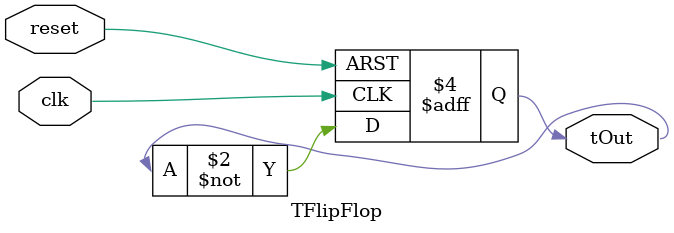
<source format=v>
module TFlipFlop(reset, clk, tOut);
	input reset, clk;
	output tOut;
	reg tOut = 0;
	
	always @(posedge clk or posedge reset) begin
		if (reset)
			tOut <= 0;
		else 
			tOut <= ~tOut;
	end
endmodule

</source>
